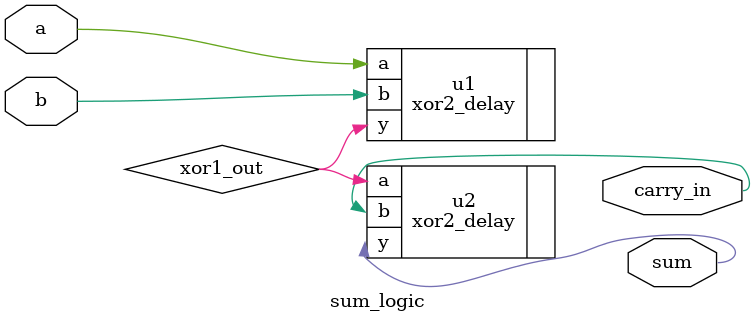
<source format=sv>
module sum_logic (
    input  logic a,
    input  logic b,
    output logic carry_in,
    output logic sum
);
  //TODO: Complete the code

logic xor1_out;

xor2_delay u1 (
  .a(a),
  .b(b),
  .y(xor1_out)
);

xor2_delay u2 (
  .a(xor1_out),
  .b(carry_in),
  .y(sum)
);

endmodule

</source>
